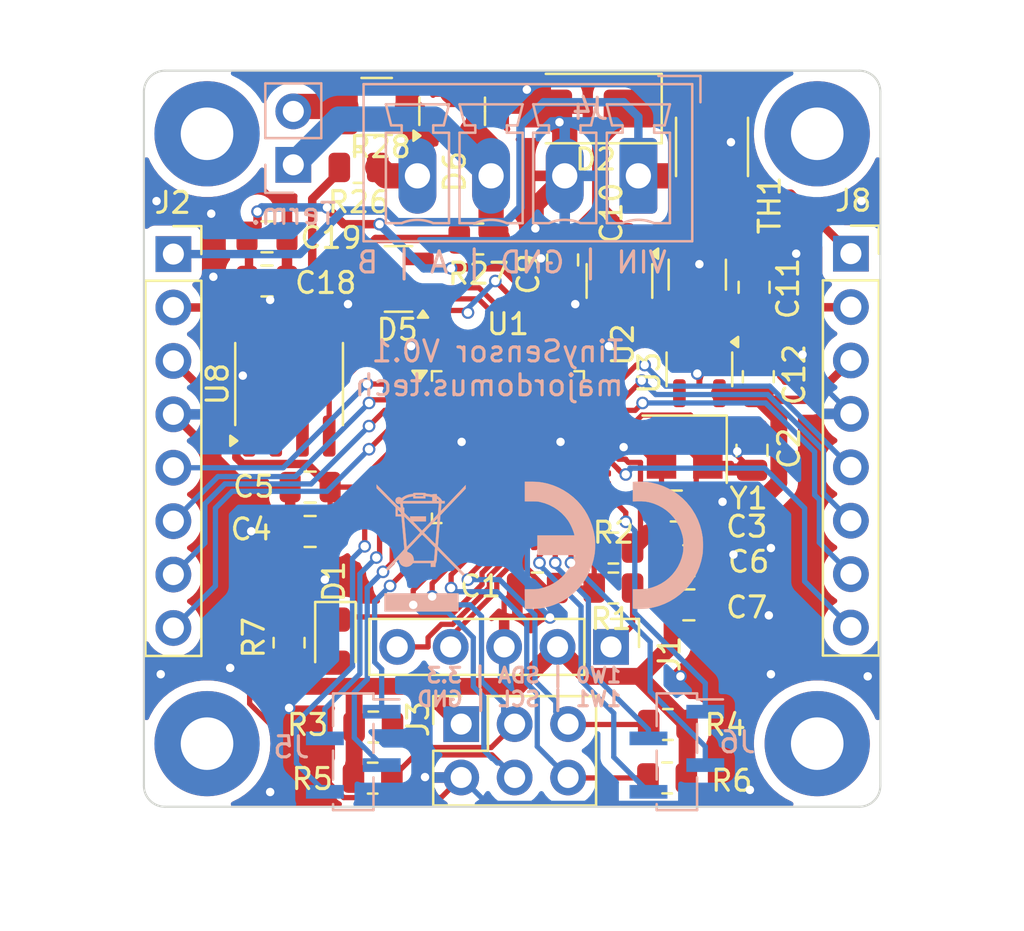
<source format=kicad_pcb>
(kicad_pcb (version 20240108) (generator "pcbnew") (generator_version "8.0")
  (layers (0 "F.Cu" signal) (31 "B.Cu" signal) (34 "B.Paste" user) (35 "F.Paste" user) (36 "B.SilkS" user "B.Silkscreen") (37 "F.SilkS" user "F.Silkscreen") (38 "B.Mask" user) (39 "F.Mask" user) (44 "Edge.Cuts" user))
  (net 0 "")
  (net 1 "LED_WORK")
  (net 2 "Net-(U1-RA6)")
  (net 3 "Net-(U1-RA7)")
  (net 4 "GND")
  (net 5 "Net-(D2-K)")
  (net 6 "/MCU_PIC18/RS485_TX")
  (net 7 "ICSPDAT")
  (net 8 "ICSPCLK")
  (net 9 "Net-(JP1-Pad2)")
  (net 10 "/Connectors/RS485-B")
  (net 11 "/Connectors/RS485-A")
  (net 12 "MCLR")
  (net 13 "Net-(D1-A)")
  (net 14 "Net-(D5-K)")
  (net 16 "+5V")
  (net 17 "Net-(J1-Pin_1)")
  (net 18 "+3.3V")
  (net 19 "/MCU_PIC18/RS485_TX_ENABLE")
  (net 20 "/MCU_PIC18/RS485_RX")
  (net 21 "Net-(U8-B)")
  (net 22 "Net-(U8-A)")
  (net 24 "+12V")
  (net 25 "/MCU_PIC18/D2")
  (net 26 "/MCU_PIC18/D0")
  (net 27 "/MCU_PIC18/A5")
  (net 28 "/MCU_PIC18/B1")
  (net 29 "/MCU_PIC18/B4")
  (net 30 "/MCU_PIC18/F6")
  (net 31 "/MCU_PIC18/C1")
  (net 32 "/MCU_PIC18/D7")
  (net 33 "/MCU_PIC18/A3")
  (net 34 "/MCU_PIC18/F5")
  (net 35 "/MCU_PIC18/F0")
  (net 36 "/MCU_PIC18/D6")
  (net 37 "/MCU_PIC18/C0")
  (net 38 "/MCU_PIC18/D4")
  (net 39 "/MCU_PIC18/A0")
  (net 40 "/MCU_PIC18/C6")
  (net 41 "/MCU_PIC18/F4")
  (net 42 "/MCU_PIC18/B2")
  (net 43 "/MCU_PIC18/F1")
  (net 44 "/MCU_PIC18/E2")
  (net 45 "/MCU_PIC18/B3")
  (net 46 "/MCU_PIC18/D3")
  (net 47 "/MCU_PIC18/C4")
  (net 48 "/MCU_PIC18/A2")
  (net 49 "/MCU_PIC18/B0")
  (net 50 "/MCU_PIC18/C7")
  (net 51 "/MCU_PIC18/D1")
  (net 52 "/MCU_PIC18/E0")
  (net 53 "/MCU_PIC18/D5")
  (net 54 "/MCU_PIC18/A4")
  (net 55 "/MCU_PIC18/A1")
  (net 56 "/MCU_PIC18/F7")
  (net 57 "/MCU_PIC18/E1")
  (net 58 "/MCU_PIC18/F2")
  (net 59 "/MCU_PIC18/C5")
  (footprint "Capacitor_SMD:C_0805_2012Metric" (layer "F.Cu") (at 182.9 65 -90)
    (property "Reference" "C9")
    (property "Value" "1uF")
  )
  (footprint "Capacitor_SMD:C_0805_2012Metric" (layer "F.Cu") (at 191.9 74.05 -90)
    (property "Reference" "C2")
    (property "Value" "18pF")
  )
  (footprint "Resistor_SMD:R_0805_2012Metric" (layer "F.Cu") (at 187.8675 89.63)
    (property "Reference" "R6")
    (property "Value" "4k7")
  )
  (footprint "Resistor_SMD:R_0805_2012Metric" (layer "F.Cu") (at 185.3125 78.7 180)
    (property "Reference" "R1")
    (property "Value" "10k")
  )
  (footprint "Connector_PinSocket_2.54mm:PinSocket_2x03_P2.54mm_Vertical" (layer "F.Cu") (at 178.08 87.07 90)
    (property "Reference" "J3")
    (property "Value" "Conn_02x03_Odd_Even")
  )
  (footprint "Capacitor_SMD:C_1210_3225Metric" (layer "F.Cu") (at 189.3 65.7 90)
    (property "Reference" "C10")
    (property "Value" "2.2uF")
  )
  (footprint "Resistor_SMD:R_0805_2012Metric" (layer "F.Cu") (at 173.2 60.6 180)
    (property "Reference" "R26")
    (property "Value" "10R")
  )
  (footprint "MountingHole:MountingHole_2.5mm_Pad" (layer "F.Cu") (at 166 59)
    (property "Reference" " ")
    (property "Value" "MountingHole_2.5mm_Pad")
  )
  (footprint "Capacitor_SMD:C_0805_2012Metric" (layer "F.Cu") (at 192 66.3 90)
    (property "Reference" "C11")
    (property "Value" "100nF")
  )
  (footprint "Package_TO_SOT_SMD:SOT-23-5" (layer "F.Cu") (at 189.4 70.2 -90)
    (property "Reference" "U3")
    (property "Value" "TLV70233DBVR")
  )
  (footprint "MountingHole:MountingHole_2.5mm_Pad" (layer "F.Cu") (at 166 88)
    (property "Reference" " ")
    (property "Value" "MountingHole_2.5mm_Pad")
  )
  (footprint "Resistor_SMD:R_1210_3225Metric" (layer "F.Cu") (at 174.0625 57.7)
    (property "Reference" "R28")
    (property "Value" "120R")
  )
  (footprint "MountingHole:MountingHole_2.5mm_Pad" (layer "F.Cu") (at 195 88)
    (property "Reference" " ")
    (property "Value" "MountingHole_2.5mm_Pad")
  )
  (footprint "Diode_SMD:D_SMA" (layer "F.Cu") (at 184.1 57.8 180)
    (property "Reference" "D2")
    (property "Value" "SMAJ28")
  )
  (footprint "Package_TO_SOT_SMD:SOT-23" (layer "F.Cu") (at 177.65 57.93 90)
    (property "Reference" "D6")
    (property "Value" "D_TVS_x2_AAC")
  )
  (footprint "Crystal:Crystal_SMD_SeikoEpson_FA238-4Pin_3.2x2.5mm" (layer "F.Cu") (at 188.7 74 180)
    (property "Reference" "Y1")
    (property "Value" "Crystal_GND24")
  )
  (footprint "Connector_PinSocket_2.54mm:PinSocket_1x08_P2.54mm_Vertical" (layer "F.Cu") (at 164.4 64.72)
    (property "Reference" "J2")
    (property "Value" "Conn_01x08")
  )
  (footprint "LED_SMD:LED_0805_2012Metric_Pad1.15x1.40mm_HandSolder" (layer "F.Cu") (at 172.1 83.125 -90)
    (property "Reference" "D1")
    (property "Value" "LED")
  )
  (footprint "Package_TO_SOT_SMD:SOT-23" (layer "F.Cu") (at 175.1 65.9 180)
    (property "Reference" "D5")
    (property "Value" "BAS70LT1G")
  )
  (footprint "Resistor_SMD:R_0805_2012Metric" (layer "F.Cu") (at 185.3125 80.6)
    (property "Reference" "R2")
    (property "Value" "100R")
  )
  (footprint "Capacitor_SMD:C_0805_2012Metric" (layer "F.Cu") (at 192.2 70.55 90)
    (property "Reference" "C12")
    (property "Value" "1uF")
  )
  (footprint "Capacitor_SMD:C_0805_2012Metric" (layer "F.Cu") (at 188.3 76.7)
    (property "Reference" "C3")
    (property "Value" "18pF")
  )
  (footprint "Resistor_SMD:R_0805_2012Metric" (layer "F.Cu") (at 187.9025 87.09 180)
    (property "Reference" "R4")
    (property "Value" "4k7")
  )
  (footprint "Package_SO:SOIC-8_3.9x4.9mm_P1.27mm" (layer "F.Cu") (at 169.9 70.9 90)
    (property "Reference" "U8")
    (property "Value" "SN65HVD3082EDR")
  )
  (footprint "Resistor_SMD:R_0805_2012Metric" (layer "F.Cu") (at 169.9 83.2 -90)
    (property "Reference" "R7")
    (property "Value" "1k")
  )
  (footprint "Capacitor_SMD:C_0805_2012Metric" (layer "F.Cu") (at 168.85 66)
    (property "Reference" "C18")
    (property "Value" "100nF")
  )
  (footprint "Fuse:Fuse_1812_4532Metric_Pad1.30x3.40mm_HandSolder" (layer "F.Cu") (at 190 59.625 -90)
    (property "Reference" "TH1")
    (property "Value" "MF-MSMF050-2")
  )
  (footprint "Capacitor_SMD:C_0805_2012Metric" (layer "F.Cu") (at 170.9 77.91 180)
    (property "Reference" "C4")
    (property "Value" "1uF")
  )
  (footprint "Capacitor_SMD:C_0805_2012Metric" (layer "F.Cu") (at 168.85 63.9)
    (property "Reference" "C19")
    (property "Value" "1uF")
  )
  (footprint "Resistor_SMD:R_0805_2012Metric" (layer "F.Cu") (at 178.9 64 180)
    (property "Reference" "R27")
    (property "Value" "10R")
  )
  (footprint "Package_TO_SOT_SMD:SOT-23-5" (layer "F.Cu") (at 185.6 66 -90)
    (property "Reference" "U2")
    (property "Value" "TPS709")
  )
  (footprint "Capacitor_SMD:C_0805_2012Metric" (layer "F.Cu") (at 188.9 79.3)
    (property "Reference" "C6")
    (property "Value" "100nF")
  )
  (footprint "Capacitor_SMD:C_0805_2012Metric" (layer "F.Cu") (at 188.9 81.4)
    (property "Reference" "C7")
    (property "Value" "1uF")
  )
  (footprint "Connector_PinHeader_2.54mm:PinHeader_1x05_P2.54mm_Vertical" (layer "F.Cu") (at 185.2 83.4 -90)
    (property "Reference" "J1")
    (property "Value" "CONN_DEBUG")
  )
  (footprint "Package_QFP:TQFP-48_7x7mm_P0.5mm" (layer "F.Cu") (at 180.3 73.9)
    (property "Reference" "U1")
    (property "Value" "PIC18F57K42")
  )
  (footprint "Resistor_SMD:R_0805_2012Metric" (layer "F.Cu") (at 173.9025 87.21)
    (property "Reference" "R3")
    (property "Value" "4k7")
  )
  (footprint "Resistor_SMD:R_0805_2012Metric" (layer "F.Cu") (at 173.8725 89.64 180)
    (property "Reference" "R5")
    (property "Value" "4k7")
  )
  (footprint "Capacitor_SMD:C_0805_2012Metric" (layer "F.Cu") (at 181.7 80.6 180)
    (property "Reference" "C1")
    (property "Value" "100nF")
  )
  (footprint "Connector_PinSocket_2.54mm:PinSocket_1x08_P2.54mm_Vertical" (layer "F.Cu") (at 196.6 64.7)
    (property "Reference" "J8")
    (property "Value" "Conn_01x08")
  )
  (footprint "MountingHole:MountingHole_2.5mm_Pad" (layer "F.Cu") (at 195 59)
    (property "Reference" " ")
    (property "Value" "MountingHole_2.5mm_Pad")
  )
  (footprint "Capacitor_SMD:C_0805_2012Metric" (layer "F.Cu") (at 170.9 75.8 180)
    (property "Reference" "C5")
    (property "Value" "100nF")
  )
  (footprint "Connector_Phoenix_MC:PhoenixContact_MCV_1,5_4-G-3.5_1x04_P3.50mm_Vertical" (layer "B.Cu") (at 186.5 61 180)
    (property "Reference" "J4")
    (property "Value" "Conn_01x04")
  )
  (footprint "Connector_PinSocket_1.27mm:PinSocket_1x04_P1.27mm_Vertical_SMD_Pin1Left" (layer "B.Cu") (at 172.95 88.385 180)
    (property "Reference" "J5")
    (property "Value" "Conn_01x04")
  )
  (footprint "Symbol:WEEE-Logo_4.2x6mm_SilkScreen" (layer "B.Cu") (at 176.18 78.7 180)
    (property "Reference" "REF**" (hide yes))
    (property "Value" "WEEE-Logo_4.2x6mm_SilkScreen" (hide yes))
  )
  (footprint "Connector_PinSocket_1.27mm:PinSocket_1x04_P1.27mm_Vertical_SMD_Pin1Left" (layer "B.Cu") (at 188.33 88.385 180)
    (property "Reference" "J6")
    (property "Value" "Conn_01x04")
  )
  (footprint "Symbol:CE-Logo_8.5x6mm_SilkScreen" (layer "B.Cu") (at 185.34 78.56 180)
    (property "Reference" "REF**" (hide yes))
    (property "Value" "CE-Logo_8.5x6mm_SilkScreen" (hide yes))
  )
  (footprint "Connector_PinHeader_2.54mm:PinHeader_1x02_P2.54mm_Vertical" (layer "B.Cu") (at 170.1 60.475)
    (property "Reference" "Term.")
    (property "Value" "Jumper")
  )
  (gr_line (start 197 56) (end 164 56) (stroke (width 0.1)) (layer "Edge.Cuts"))
  (gr_arc (start 197 56) (mid 197.707107 56.292893) (end 198 57) (stroke (width 0.1)) (layer "Edge.Cuts"))
  (gr_line (start 198 90) (end 198 57) (stroke (width 0.1)) (layer "Edge.Cuts"))
  (gr_arc (start 198 90) (mid 197.707107 90.707107) (end 197 91) (stroke (width 0.1)) (layer "Edge.Cuts"))
  (gr_arc (start 163 57) (mid 163.292893 56.292893) (end 164 56) (stroke (width 0.1)) (layer "Edge.Cuts"))
  (gr_line (start 164 91) (end 197 91) (stroke (width 0.1)) (layer "Edge.Cuts"))
  (gr_arc (start 164 91) (mid 163.292893 90.707107) (end 163 90) (stroke (width 0.1)) (layer "Edge.Cuts"))
  (gr_line (start 163 57) (end 163 90) (stroke (width 0.1)) (layer "Edge.Cuts"))
  (gr_text "1W0 | SDA | 3.3\n1W1 | SCL | GND" (at 185.77 86.29 0) (layer "B.SilkS") (effects (font (size 0.7 0.7)) (justify left bottom mirror)))
  (gr_text "TinySensor V0.1\nmajordomus.tech" (at 185.88 71.54 -0) (layer "B.SilkS") (effects (font (size 1 1)) (justify left bottom mirror)))
  (gr_text "VIN | GND | A | B" (at 187.94 65.7 0) (layer "B.SilkS") (effects (font (size 1 1)) (justify left bottom mirror)))
  (segment (start 172.225 81.975) (end 172.1 82.1) (width 0.25) (layer "F.Cu") (net 1))
  (segment (start 179.07 79.886374) (end 179.07 80.43) (width 0.25) (layer "F.Cu") (net 1))
  (segment (start 179.07 80.43) (end 177.525 81.975) (width 0.25) (layer "F.Cu") (net 1))
  (segment (start 179.55 78.0625) (end 179.55 79.406374) (width 0.25) (layer "F.Cu") (net 1))
  (segment (start 179.55 79.406374) (end 179.07 79.886374) (width 0.25) (layer "F.Cu") (net 1))
  (segment (start 177.525 81.975) (end 172.225 81.975) (width 0.25) (layer "F.Cu") (net 1))
  (segment (start 186.4 72.65) (end 186.675 72.375) (width 0.25) (layer "F.Cu") (net 2))
  (segment (start 184.4625 72.65) (end 186.4 72.65) (width 0.25) (layer "F.Cu") (net 2))
  (segment (start 189.9 73.1) (end 189.8 73.2) (width 0.25) (layer "F.Cu") (net 2))
  (segment (start 188.975 72.375) (end 189.8 73.2) (width 0.25) (layer "F.Cu") (net 2))
  (segment (start 191.9 73.1) (end 189.9 73.1) (width 0.25) (layer "F.Cu") (net 2))
  (segment (start 186.675 72.375) (end 188.975 72.375) (width 0.25) (layer "F.Cu") (net 2))
  (segment (start 187.6 74.8) (end 187.6 76.45) (width 0.25) (layer "F.Cu") (net 3))
  (segment (start 187.45 74.8) (end 187.6 74.8) (width 0.25) (layer "F.Cu") (net 3))
  (segment (start 186.675 74.025) (end 187.45 74.8) (width 0.25) (layer "F.Cu") (net 3))
  (segment (start 186.25 73.15) (end 186.675 73.575) (width 0.25) (layer "F.Cu") (net 3))
  (segment (start 184.4625 73.15) (end 186.25 73.15) (width 0.25) (layer "F.Cu") (net 3))
  (segment (start 187.6 76.45) (end 187.35 76.7) (width 0.25) (layer "F.Cu") (net 3))
  (segment (start 186.675 73.575) (end 186.675 74.025) (width 0.25) (layer "F.Cu") (net 3))
  (segment (start 189.25 75.35) (end 189.8 74.8) (width 0.25) (layer "F.Cu") (net 4))
  (segment (start 187.7 65.825) (end 189.3 64.225) (width 0.4) (layer "F.Cu") (net 4))
  (segment (start 178.08 89.61) (end 177.125 90.565) (width 0.25) (layer "F.Cu") (net 4))
  (segment (start 183 61) (end 181.603553 62.396447) (width 0.8) (layer "F.Cu") (net 4))
  (segment (start 188.05 73.2) (end 187.6 73.2) (width 0.25) (layer "F.Cu") (net 4))
  (segment (start 183 61) (end 183 58.7) (width 1.2) (layer "F.Cu") (net 4))
  (segment (start 181.2 56.9) (end 182.1 57.8) (width 1.2) (layer "F.Cu") (net 4))
  (segment (start 191.7 74.8) (end 191.9 75) (width 0.25) (layer "F.Cu") (net 4))
  (segment (start 169.8 66) (end 169.8 64.9) (width 0.25) (layer "F.Cu") (net 4))
  (segment (start 177.88 56.7625) (end 181.0625 56.7625) (width 1.2) (layer "F.Cu") (net 4))
  (segment (start 176.1375 73.65) (end 178.1 73.65) (width 0.4) (layer "F.Cu") (net 4))
  (segment (start 172.7 67.1) (end 172.7 67.53) (width 0.25) (layer "F.Cu") (net 4))
  (segment (start 191.02 79.01) (end 190.14 79.01) (width 0.25) (layer "F.Cu") (net 4))
  (segment (start 177.65 56.9925) (end 177.88 56.7625) (width 1.2) (layer "F.Cu") (net 4))
  (segment (start 168.025 85.805) (end 168.025 79.835) (width 0.25) (layer "F.Cu") (net 4))
  (segment (start 190.875 64.225) (end 192 65.35) (width 0.8) (layer "F.Cu") (net 4))
  (segment (start 185.6 66.1875) (end 185.6 64.8625) (width 0.8) (layer "F.Cu") (net 4))
  (segment (start 185.55 73.65) (end 185.8 73.9) (width 0.25) (layer "F.Cu") (net 4))
  (segment (start 164.4 72.34) (end 167.86 75.8) (width 0.4) (layer "F.Cu") (net 4))
  (segment (start 180.75 80.6) (end 180.9 80.6) (width 0.25) (layer "F.Cu") (net 4))
  (segment (start 182.75 58.45) (end 182.1 57.8) (width 1.2) (layer "F.Cu") (net 4))
  (segment (start 169.95 77.91) (end 169.95 75.8) (width 0.25) (layer "F.Cu") (net 4))
  (segment (start 181.875 64.925) (end 182.9 65.95) (width 0.8) (layer "F.Cu") (net 4))
  (segment (start 189.4 69.724999) (end 189.700001 70.025) (width 0.4) (layer "F.Cu") (net 4))
  (segment (start 191.775 70.025) (end 192.2 69.6) (width 0.4) (layer "F.Cu") (net 4))
  (segment (start 180.12 83.4) (end 180.12 81.23) (width 0.25) (layer "F.Cu") (net 4))
  (segment (start 182.9 65.95) (end 183.4625 65.95) (width 0.8) (layer "F.Cu") (net 4))
  (segment (start 183.4625 65.95) (end 184.65 67.1375) (width 0.8) (layer "F.Cu") (net 4))
  (segment (start 189.85 81.4) (end 189.85 79.3) (width 0.25) (layer "F.Cu") (net 4))
  (segment (start 189.25 76.7) (end 190.3 76.7) (width 0.25) (layer "F.Cu") (net 4))
  (segment (start 181.603553 62.396447) (end 181.603553 64.653553) (width 0.8) (layer "F.Cu") (net 4))
  (segment (start 191.2 74.1) (end 191.2 74.3) (width 0.25) (layer "F.Cu") (net 4))
  (segment (start 172.493822 90.565) (end 168.025 86.096178) (width 0.25) (layer "F.Cu") (net 4))
  (segment (start 178.1 73.65) (end 182.8 73.65) (width 0.4) (layer "F.Cu") (net 4))
  (segment (start 183 58.7) (end 182.75 58.45) (width 1.2) (layer "F.Cu") (net 4))
  (segment (start 189.25 76.7) (end 189.25 75.35) (width 0.25) (layer "F.Cu") (net 4))
  (segment (start 191.2 74.3) (end 191.9 75) (width 0.25) (layer "F.Cu") (net 4))
  (segment (start 181.603553 64.653553) (end 181.875 64.925) (width 0.8) (layer "F.Cu") (net 4))
  (segment (start 167.86 75.8) (end 169.95 75.8) (width 0.4) (layer "F.Cu") (net 4))
  (segment (start 180.12 81.23) (end 180.75 80.6) (width 0.25) (layer "F.Cu") (net 4))
  (segment (start 189.4 64.325) (end 189.3 64.225) (width 0.4) (layer "F.Cu") (net 4))
  (segment (start 177.125 90.565) (end 172.493822 90.565) (width 0.25) (layer "F.Cu") (net 4))
  (segment (start 190.14 79.01) (end 189.85 79.3) (width 0.25) (layer "F.Cu") (net 4))
  (segment (start 189.4 69.0625) (end 189.4 69.724999) (width 0.4) (layer "F.Cu") (net 4))
  (segment (start 189.4 70.3) (end 189.3 70.4) (width 0.4) (layer "F.Cu") (net 4))
  (segment (start 189.700001 70.025) (end 191.775 70.025) (width 0.4) (layer "F.Cu") (net 4))
  (segment (start 169.8 64.9) (end 169.8 63.9) (width 0.4) (layer "F.Cu") (net 4))
  (segment (start 189.65 74.8) (end 188.05 73.2) (width 0.25) (layer "F.Cu") (net 4))
  (segment (start 169.8 66) (end 169.8 66.1) (width 0.25) (layer "F.Cu") (net 4))
  (segment (start 189.4 69.0625) (end 189.4 70.3) (width 0.4) (layer "F.Cu") (net 4))
  (segment (start 172.7 67.53) (end 171.805 68.425) (width 0.25) (layer "F.Cu") (net 4))
  (segment (start 169.8 66.1) (end 169 66.9) (width 0.25) (layer "F.Cu") (net 4))
  (segment (start 168.025 86.096178) (end 168.025 85.62) (width 0.25) (layer "F.Cu") (net 4))
  (segment (start 185.6 64.8625) (end 185.6 65.3) (width 0.4) (layer "F.Cu") (net 4))
  (segment (start 189.3 64.225) (end 190.875 64.225) (width 0.8) (layer "F.Cu") (net 4))
  (segment (start 186.125 65.825) (end 187.7 65.825) (width 0.4) (layer "F.Cu") (net 4))
  (segment (start 182.8 73.65) (end 184.4625 73.65) (width 0.4) (layer "F.Cu") (net 4))
  (segment (start 189.4 65.2) (end 189.4 64.325) (width 0.4) (layer "F.Cu") (net 4))
  (segment (start 181.0625 56.7625) (end 181.2 56.9) (width 1.2) (layer "F.Cu") (net 4))
  (segment (start 168.025 79.835) (end 169.95 77.91) (width 0.25) (layer "F.Cu") (net 4))
  (segment (start 184.65 67.1375) (end 185.6 66.1875) (width 0.8) (layer "F.Cu") (net 4))
  (segment (start 185.6 65.3) (end 186.125 65.825) (width 0.4) (layer "F.Cu") (net 4))
  (segment (start 190.3 76.7) (end 190.5 76.5) (width 0.25) (layer "F.Cu") (net 4))
  (segment (start 180.9 80.6) (end 182.3 82) (width 0.25) (layer "F.Cu") (net 4))
  (segment (start 184.4625 73.65) (end 185.55 73.65) (width 0.25) (layer "F.Cu") (net 4))
  (segment (start 189.8 74.8) (end 189.65 74.8) (width 0.25) (layer "F.Cu") (net 4))
  (segment (start 189.8 74.8) (end 191.7 74.8) (width 0.25) (layer "F.Cu") (net 4))
  (via (at 190.5 76.5) (size 0.6) (drill 0.4) (layers "F.Cu" "B.Cu") (net 4))
  (via (at 185.8 73.9) (size 0.6) (drill 0.4) (layers "F.Cu" "B.Cu") (net 4))
  (via (at 181.2 56.9) (size 0.6) (drill 0.4) (layers "F.Cu" "B.Cu") (net 4))
  (via (at 169.9 86.3) (size 0.6) (drill 0.4) (layers "F.Cu" "B.Cu") (net 4))
  (via (at 167.1 84.4) (size 0.6) (drill 0.4) (layers "F.Cu" "B.Cu") (net 4))
  (via (at 192.8 78.7) (size 0.6) (drill 0.4) (layers "F.Cu" "B.Cu") (net 4))
  (via (at 190.9 59.4) (size 0.6) (drill 0.4) (layers "F.Cu" "B.Cu") (net 4))
  (via (at 169 66.9) (size 0.6) (drill 0.4) (layers "F.Cu" "B.Cu") (net 4))
  (via (at 191.02 79.01) (size 0.6) (drill 0.4) (layers "F.Cu" "B.Cu") (net 4))
  (via (at 192.7 81.9) (size 0.6) (drill 0.4) (layers "F.Cu" "B.Cu") (net 4))
  (via (at 168.1 77.9) (size 0.6) (drill 0.4) (layers "F.Cu" "B.Cu") (net 4))
  (via (at 191.2 74.1) (size 0.6) (drill 0.4) (layers "F.Cu" "B.Cu") (net 4))
  (via (at 189.4 65.2) (size 0.6) (drill 0.4) (layers "F.Cu" "B.Cu") (net 4))
  (via (at 194 64.7) (size 0.6) (drill 0.4) (layers "F.Cu" "B.Cu") (net 4))
  (via (at 169 90.3) (size 0.6) (drill 0.4) (layers "F.Cu" "B.Cu") (net 4))
  (via (at 172.7 67.1) (size 0.6) (drill 0.4) (layers "F.Cu" "B.Cu") (net 4))
  (via (at 183.5 67.1) (size 0.6) (drill 0.4) (layers "F.Cu" "B.Cu") (net 4))
  (via (at 197.4 84.8) (size 0.6) (drill 0.4) (layers "F.Cu" "B.Cu") (net 4))
  (via (at 188.5 84.8) (size 0.6) (drill 0.4) (layers "F.Cu" "B.Cu") (net 4))
  (via (at 182.75 58.45) (size 0.6) (drill 0.4) (layers "F.Cu" "B.Cu") (net 4))
  (via (at 171.6 80.2) (size 0.6) (drill 0.4) (layers "F.Cu" "B.Cu") (net 4))
  (via (at 182.3 82) (size 0.6) (drill 0.4) (layers "F.Cu" "B.Cu") (net 4))
  (via (at 163.6 62.2) (size 0.6) (drill 0.4) (layers "F.Cu" "B.Cu") (net 4))
  (via (at 185.1 69.1) (size 0.6) (drill 0.4) (layers "F.Cu" "B.Cu") (net 4))
  (via (at 192.8 84.7) (size 0.6) (drill 0.4) (layers "F.Cu" "B.Cu") (net 4))
  (via (at 189.3 70.4) (size 0.6) (drill 0.4) (layers "F.Cu" "B.Cu") (net 4))
  (via (at 175.7 69.1) (size 0.6) (drill 0.4) (layers "F.Cu" "B.Cu") (net 4))
  (via (at 166.3 65.8) (size 0.6) (drill 0.4) (layers "F.Cu" "B.Cu") (net 4))
  (via (at 194.3 69.5) (size 0.6) (drill 0.4) (layers "F.Cu" "B.Cu") (net 4))
  (via (at 163.8 84.7) (size 0.6) (drill 0.4) (layers "F.Cu" "B.Cu") (net 4))
  (via (at 182.8 73.65) (size 0.6) (drill 0.4) (layers "F.Cu" "B.Cu") (net 4))
  (via (at 166.2 62.8) (size 0.6) (drill 0.4) (layers "F.Cu" "B.Cu") (net 4))
  (via (at 167.7 70.5) (size 0.6) (drill 0.4) (layers "F.Cu" "B.Cu") (net 4))
  (via (at 178.1 73.65) (size 0.6) (drill 0.4) (layers "F.Cu" "B.Cu") (net 4))
  (via (at 176.36 89.59) (size 0.6) (drill 0.4) (layers "F.Cu" "B.Cu") (net 4))
  (via (at 181.603553 63.5) (size 0.6) (drill 0.4) (layers "F.Cu" "B.Cu") (net 4))
  (via (at 191.8 90.2) (size 0.6) (drill 0.4) (layers "F.Cu" "B.Cu") (net 4))
  (via (at 181.875 64.925) (size 0.6) (drill 0.4) (layers "F.Cu" "B.Cu") (net 4))
  (via (at 197.1 62.2) (size 0.6) (drill 0.4) (layers "F.Cu" "B.Cu") (net 4))
  (segment (start 182.3 82) (end 181.224994 80.924994) (width 0.25) (layer "B.Cu") (net 4))
  (segment (start 181.224994 80.924994) (end 181.224994 78.475006) (width 0.25) (layer "B.Cu") (net 4))
  (segment (start 191.16 90.84) (end 191.8 90.2) (width 0.25) (layer "B.Cu") (net 4))
  (segment (start 191 73.9) (end 191.2 74.1) (width 0.25) (layer "B.Cu") (net 4))
  (segment (start 169.2 67.1) (end 172.7 67.1) (width 0.25) (layer "B.Cu") (net 4))
  (segment (start 190.5 78.49) (end 191.02 79.01) (width 0.25) (layer "B.Cu") (net 4))
  (segment (start 190.5 76.5) (end 190.5 78.49) (width 0.25) (layer "B.Cu") (net 4))
  (segment (start 189.3 65.3) (end 189.4 65.2) (width 0.4) (layer "B.Cu") (net 4))
  (segment (start 196.6 72.32) (end 194.68 70.4) (width 0.25) (layer "B.Cu") (net 4))
  (segment (start 185.8 73.9) (end 191 73.9) (width 0.25) (layer "B.Cu") (net 4))
  (segment (start 169 66.9) (end 169.2 67.1) (width 0.25) (layer "B.Cu") (net 4))
  (segment (start 181.224994 78.475006) (end 185.8 73.9) (width 0.25) (layer "B.Cu") (net 4))
  (segment (start 178.08 89.61) (end 179.31 90.84) (width 0.25) (layer "B.Cu") (net 4))
  (segment (start 179.31 90.84) (end 191.16 90.84) (width 0.25) (layer "B.Cu") (net 4))
  (segment (start 194.68 70.4) (end 189.3 70.4) (width 0.25) (layer "B.Cu") (net 4))
  (segment (start 186.55 64.155894) (end 186.55 64.8625) (width 0.8) (layer "F.Cu") (net 5))
  (segment (start 186.044106 63.65) (end 186.55 64.155894) (width 0.8) (layer "F.Cu") (net 5))
  (segment (start 184.7 62.655894) (end 185.694106 63.65) (width 0.8) (layer "F.Cu") (net 5))
  (segment (start 190 57.4) (end 186.5 57.4) (width 1.2) (layer "F.Cu") (net 5))
  (segment (start 185.694106 63.65) (end 186.044106 63.65) (width 0.8) (layer "F.Cu") (net 5))
  (segment (start 184.7 59) (end 184.9 59) (width 0.8) (layer "F.Cu") (net 5))
  (segment (start 182.9 64.05) (end 183.305894 64.05) (width 0.8) (layer "F.Cu") (net 5))
  (segment (start 183.305894 64.05) (end 184.7 62.655894) (width 0.8) (layer "F.Cu") (net 5))
  (segment (start 186.5 57.4) (end 186.1 57.8) (width 1.2) (layer "F.Cu") (net 5))
  (segment (start 184.9 59) (end 186.1 57.8) (width 0.8) (layer "F.Cu") (net 5))
  (segment (start 184.7 62.655894) (end 184.7 59) (width 0.8) (layer "F.Cu") (net 5))
  (segment (start 176.0375 66.85) (end 178.899999 66.85) (width 0.25) (layer "F.Cu") (net 6))
  (segment (start 178.899999 66.85) (end 181.05 69.000001) (width 0.25) (layer "F.Cu") (net 6))
  (segment (start 181.05 69.000001) (end 181.05 69.7375) (width 0.25) (layer "F.Cu") (net 6))
  (segment (start 179.77 80.176322) (end 180.55 79.396322) (width 0.25) (layer "F.Cu") (net 7))
  (segment (start 177.58 83.4) (end 177.58 82.92) (width 0.25) (layer "F.Cu") (net 7))
  (segment (start 179.77 80.73) (end 179.77 80.176322) (width 0.25) (layer "F.Cu") (net 7))
  (segment (start 177.58 82.92) (end 179.77 80.73) (width 0.25) (layer "F.Cu") (net 7))
  (segment (start 180.55 79.396322) (end 180.55 78.0625) (width 0.25) (layer "F.Cu") (net 7))
  (segment (start 175.04 83.4) (end 176.505 83.4) (width 0.25) (layer "F.Cu") (net 8))
  (segment (start 177.13472 82.325) (end 177.675 82.325) (width 0.25) (layer "F.Cu") (net 8))
  (segment (start 176.505 83.4) (end 176.505 82.95472) (width 0.25) (layer "F.Cu") (net 8))
  (segment (start 179.42 80.58) (end 179.42 80.031348) (width 0.25) (layer "F.Cu") (net 8))
  (segment (start 176.505 82.95472) (end 177.13472 82.325) (width 0.25) (layer "F.Cu") (net 8))
  (segment (start 179.42 80.031348) (end 180.05 79.401348) (width 0.25) (layer "F.Cu") (net 8))
  (segment (start 177.675 82.325) (end 179.42 80.58) (width 0.25) (layer "F.Cu") (net 8))
  (segment (start 180.05 79.401348) (end 180.05 78.0625) (width 0.25) (layer "F.Cu") (net 8))
  (segment (start 170.335 57.7) (end 170.1 57.935) (width 1.2) (layer "F.Cu") (net 9))
  (segment (start 172.6 57.7) (end 170.335 57.7) (width 1.2) (layer "F.Cu") (net 9))
  (segment (start 176 61) (end 174.5125 61) (width 1.2) (layer "F.Cu") (net 10))
  (segment (start 176 59.5675) (end 176.7 58.8675) (width 1.2) (layer "F.Cu") (net 10))
  (segment (start 176 61) (end 176 58.175) (width 1.2) (layer "F.Cu") (net 10))
  (segment (start 176 58.175) (end 175.525 57.7) (width 1.2) (layer "F.Cu") (net 10))
  (segment (start 174.5125 61) (end 174.1125 60.6) (width 1.2) (layer "F.Cu") (net 10))
  (segment (start 176 61) (end 176 59.5675) (width 1.2) (layer "F.Cu") (net 10))
  (segment (start 179.5 61) (end 179.5 59.7675) (width 1.2) (layer "F.Cu") (net 11))
  (segment (start 179.5 59.7675) (end 178.6 58.8675) (width 1.2) (layer "F.Cu") (net 11))
  (segment (start 179.5 63.6875) (end 179.8125 64) (width 1.2) (layer "F.Cu") (net 11))
  (segment (start 179.5 61) (end 179.5 63.6875) (width 1.2) (layer "F.Cu") (net 11))
  (segment (start 176.8 58.3) (end 179.5 61) (width 1.2) (layer "B.Cu") (net 11))
  (segment (start 170.1 60.475) (end 172.275 58.3) (width 1.2) (layer "B.Cu") (net 11))
  (segment (start 172.275 58.3) (end 176.8 58.3) (width 1.2) (layer "B.Cu") (net 11))
  (segment (start 181.475 79.921322) (end 181.475 79.975) (width 0.25) (layer "F.Cu") (net 12))
  (segment (start 184.4 80.6) (end 184.4 78.7) (width 0.25) (layer "F.Cu") (net 12))
  (segment (start 181.203678 79.65) (end 181.475 79.921322) (width 0.25) (layer "F.Cu") (net 12))
  (segment (start 181.475 79.975) (end 182.1 80.6) (width 0.25) (layer "F.Cu") (net 12))
  (segment (start 181.15 79.65) (end 181.203678 79.65) (width 0.25) (layer "F.Cu") (net 12))
  (segment (start 181.05 78.0625) (end 181.05 79.55) (width 0.25) (layer "F.Cu") (net 12))
  (segment (start 182.1 80.6) (end 182.65 80.6) (width 0.25) (layer "F.Cu") (net 12))
  (segment (start 182.65 80.6) (end 184.4 80.6) (width 0.25) (layer "F.Cu") (net 12))
  (segment (start 181.05 79.55) (end 181.15 79.65) (width 0.25) (layer "F.Cu") (net 12))
  (segment (start 172.1 84.15) (end 169.9375 84.15) (width 0.25) (layer "F.Cu") (net 13))
  (segment (start 169.9375 84.15) (end 169.9 84.1125) (width 0.25) (layer "F.Cu") (net 13))
  (segment (start 171.06 69.64) (end 167.995 72.705) (width 0.25) (layer "F.Cu") (net 14))
  (segment (start 171.06 67.660514) (end 171.06 69.64) (width 0.25) (layer "F.Cu") (net 14))
  (segment (start 174.1625 65.9) (end 172.820514 65.9) (width 0.25) (layer "F.Cu") (net 14))
  (segment (start 167.995 72.705) (end 167.995 73.375) (width 0.25) (layer "F.Cu") (net 14))
  (segment (start 172.820514 65.9) (end 171.06 67.660514) (width 0.25) (layer "F.Cu") (net 14))
  (segment (start 187.95 67.175) (end 187.95 68.85) (width 1.2) (layer "F.Cu") (net 16))
  (segment (start 180.05 65.35) (end 177.65 65.35) (width 0.4) (layer "F.Cu") (net 16))
  (segment (start 189.2625 67.1375) (end 189.3 67.175) (width 1.2) (layer "F.Cu") (net 16))
  (segment (start 189.66408 67.175) (end 190.6 68.11092) (width 1.2) (layer "F.Cu") (net 16))
  (segment (start 187.95 68.85) (end 188.1625 69.0625) (width 1.2) (layer "F.Cu") (net 16))
  (segment (start 182.8 68.1) (end 180.05 65.35) (width 0.4) (layer "F.Cu") (net 16))
  (segment (start 189.3 67.175) (end 191.925 67.175) (width 1.2) (layer "F.Cu") (net 16))
  (segment (start 189.3 67.175) (end 187.95 67.175) (width 1.2) (layer "F.Cu") (net 16))
  (segment (start 177.65 65.35) (end 177.6 65.4) (width 0.4) (layer "F.Cu") (net 16))
  (segment (start 190.6 68.11092) (end 190.6 69.0625) (width 1.2) (layer "F.Cu") (net 16))
  (segment (start 192 67.25) (end 196.59 67.25) (width 0.4) (layer "F.Cu") (net 16))
  (segment (start 164.4 67.26) (end 166.64 67.26) (width 0.4) (layer "F.Cu") (net 16))
  (segment (start 191.925 67.175) (end 192 67.25) (width 1.2) (layer "F.Cu") (net 16))
  (segment (start 167.995 68.425) (end 167.995 63.995) (width 0.4) (layer "F.Cu") (net 16))
  (segment (start 168.4 62.7) (end 168.4 63.4) (width 0.4) (layer "F.Cu") (net 16))
  (segment (start 189.3 67.175) (end 189.66408 67.175) (width 1.2) (layer "F.Cu") (net 16))
  (segment (start 167.995 63.995) (end 167.9 63.9) (width 0.4) (layer "F.Cu") (net 16))
  (segment (start 186.55 67.1375) (end 189.2625 67.1375) (width 1.2) (layer "F.Cu") (net 16))
  (segment (start 185.5875 68.1) (end 182.8 68.1) (width 0.4) (layer "F.Cu") (net 16))
  (segment (start 172.5 63.3) (end 171.7 62.5) (width 0.4) (layer "F.Cu") (net 16))
  (segment (start 174.2 63.3) (end 172.5 63.3) (width 0.4) (layer "F.Cu") (net 16))
  (segment (start 168.4 63.4) (end 167.9 63.9) (width 0.4) (layer "F.Cu") (net 16))
  (segment (start 196.59 67.25) (end 196.6 67.24) (width 0.4) (layer "F.Cu") (net 16))
  (segment (start 188.1625 69.0625) (end 188.2 69.0625) (width 1.2) (layer "F.Cu") (net 16))
  (segment (start 186.55 67.1375) (end 185.5875 68.1) (width 0.4) (layer "F.Cu") (net 16))
  (segment (start 166.64 67.26) (end 167.9 66) (width 0.4) (layer "F.Cu") (net 16))
  (via (at 174.2 63.3) (size 0.6) (drill 0.4) (layers "F.Cu" "B.Cu") (net 16))
  (via (at 168.4 62.7) (size 0.6) (drill 0.4) (layers "F.Cu" "B.Cu") (net 16))
  (via (at 177.6 65.4) (size 0.6) (drill 0.4) (layers "F.Cu" "B.Cu") (net 16))
  (via (at 171.7 62.5) (size 0.6) (drill 0.4) (layers "F.Cu" "B.Cu") (net 16))
  (segment (start 171.7 62.5) (end 168.6 62.5) (width 0.4) (layer "B.Cu") (net 16))
  (segment (start 168.6 62.5) (end 168.4 62.7) (width 0.4) (layer "B.Cu") (net 16))
  (segment (start 177.6 65.4) (end 176.3 65.4) (width 0.4) (layer "B.Cu") (net 16))
  (segment (start 176.3 65.4) (end 174.2 63.3) (width 0.4) (layer "B.Cu") (net 16))
  (segment (start 186.225 80.6) (end 186.225 82.375) (width 0.25) (layer "F.Cu") (net 17))
  (segment (start 186.225 82.375) (end 185.2 83.4) (width 0.25) (layer "F.Cu") (net 17))
  (segment (start 169.874202 82.2875) (end 169.9 82.2875) (width 0.8) (layer "F.Cu") (net 18))
  (segment (start 177.1 85.275) (end 177.1 86.09) (width 0.8) (layer "F.Cu") (net 18))
  (segment (start 186.6 78.325) (end 186.225 78.7) (width 0.25) (layer "F.Cu") (net 18))
  (segment (start 171.82 85.395) (end 171.7 85.275) (width 0.25) (layer "F.Cu") (net 18))
  (segment (start 190.35 71.3375) (end 192.0375 71.3375) (width 0.8) (layer "F.Cu") (net 18))
  (segment (start 174.65 74.15) (end 173 75.8) (width 0.25) (layer "F.Cu") (net 18))
  (segment (start 171.7 85.275) (end 173 85.275) (width 0.8) (layer "F.Cu") (net 18))
  (segment (start 190.525 77.9) (end 190.45 77.975) (width 0.8) (layer "F.Cu") (net 18))
  (segment (start 192.0375 71.3375) (end 192.2 71.5) (width 0.8) (layer "F.Cu") (net 18))
  (segment (start 169.211702 85.275) (end 168.65 84.713298) (width 0.8) (layer "F.Cu") (net 18))
  (segment (start 164.4 69.8) (end 167.395 72.795) (width 0.4) (layer "F.Cu") (net 18))
  (segment (start 173 75.8) (end 171.85 75.8) (width 0.25) (layer "F.Cu") (net 18))
  (segment (start 194.73 71.65) (end 196.6 69.78) (width 0.4) (layer "F.Cu") (net 18))
  (segment (start 192.35 71.65) (end 194.73 71.65) (width 0.4) (layer "F.Cu") (net 18))
  (segment (start 186.6 84.875) (end 188.815 87.09) (width 0.8) (layer "F.Cu") (net 18))
  (segment (start 193.175 75.588298) (end 190.863298 77.9) (width 0.8) (layer "F.Cu") (net 18))
  (segment (start 168.65 83.511702) (end 169.874202 82.2875) (width 0.8) (layer "F.Cu") (net 18))
  (segment (start 170.75 74.7) (end 171.85 75.8) (width 0.4) (layer "F.Cu") (net 18))
  (segment (start 180.785 85.275) (end 182.66 83.4) (width 0.8) (layer "F.Cu") (net 18))
  (segment (start 172.99 87.21) (end 172.99 88.985) (width 0.8) (layer "F.Cu") (net 18))
  (segment (start 185.9 74.5) (end 186.025 74.625) (width 0.25) (layer "F.Cu") (net 18))
  (segment (start 186.6 84.8) (end 188.1 83.3) (width 0.8) (layer "F.Cu") (net 18))
  (segment (start 192.2 71.5) (end 193.175 72.475) (width 0.8) (layer "F.Cu") (net 18))
  (segment (start 190.45 77.975) (end 188.1 77.975) (width 0.8) (layer "F.Cu") (net 18))
  (segment (start 186.025 74.625) (end 186.6 74.625) (width 0.25) (layer "F.Cu") (net 18))
  (segment (start 173 85.275) (end 177.1 85.275) (width 0.8) (layer "F.Cu") (net 18))
  (segment (start 193.175 72.475) (end 193.175 75.588298) (width 0.8) (layer "F.Cu") (net 18))
  (segment (start 169.9 79.86) (end 171.85 77.91) (width 0.25) (layer "F.Cu") (net 18))
  (segment (start 186.6 74.625) (end 186.6 78.325) (width 0.25) (layer "F.Cu") (net 18))
  (segment (start 184.06 84.8) (end 186.6 84.8) (width 0.8) (layer "F.Cu") (net 18))
  (segment (start 167.395 74.395) (end 167.7 74.7) (width 0.4) (layer "F.Cu") (net 18))
  (segment (start 168.65 84.713298) (end 168.65 83.511702) (width 0.8) (layer "F.Cu") (net 18))
  (segment (start 182.66 83.4) (end 184.06 84.8) (width 0.8) (layer "F.Cu") (net 18))
  (segment (start 187.95 81.4) (end 187.95 80.425) (width 0.25) (layer "F.Cu") (net 18))
  (segment (start 171.85 77.91) (end 171.85 75.8) (width 0.25) (layer "F.Cu") (net 18))
  (segment (start 167.395 72.795) (end 167.395 74.395) (width 0.4) (layer "F.Cu") (net 18))
  (segment (start 184.4625 74.15) (end 185.236827 74.15) (width 0.25) (layer "F.Cu") (net 18))
  (segment (start 188.1 77.975) (end 186.95 77.975) (width 0.8) (layer "F.Cu") (net 18))
  (segment (start 176.1375 74.15) (end 174.65 74.15) (width 0.25) (layer "F.Cu") (net 18))
  (segment (start 185.561827 74.475) (end 185.9 74.475) (width 0.25) (layer "F.Cu") (net 18))
  (segment (start 171.7 85.275) (end 170.6 85.275) (width 0.8) (layer "F.Cu") (net 18))
  (segment (start 186.95 77.975) (end 186.225 78.7) (width 0.8) (layer "F.Cu") (net 18))
  (segment (start 177.1 86.09) (end 178.08 87.07) (width 0.8) (layer "F.Cu") (net 18))
  (segment (start 167.7 74.7) (end 170.75 74.7) (width 0.4) (layer "F.Cu") (net 18))
  (segment (start 172.99 85.285) (end 172.99 87.21) (width 0.8) (layer "F.Cu") (net 18))
  (segment (start 188.815 89.595) (end 188.78 89.63) (width 0.8) (layer "F.Cu") (net 18))
  (segment (start 169.9 82.2875) (end 169.9 79.86) (width 0.25) (layer "F.Cu") (net 18))
  (segment (start 192.2 71.5) (end 192.35 71.65) (width 0.4) (layer "F.Cu") (net 18))
  (segment (start 188.815 87.09) (end 188.815 89.595) (width 0.8) (layer "F.Cu") (net 18))
  (segment (start 172.99 88.985) (end 172.96 88.985) (width 0.8) (layer "F.Cu") (net 18))
  (segment (start 170.6 85.275) (end 169.211702 85.275) (width 0.8) (layer "F.Cu") (net 18))
  (segment (start 188.1 83.3) (end 188.1 77.975) (width 0.8) (layer "F.Cu") (net 18))
  (segment (start 173 85.275) (end 172.99 85.285) (width 0.8) (layer "F.Cu") (net 18))
  (segment (start 190.863298 77.9) (end 190.525 77.9) (width 0.8) (layer "F.Cu") (net 18))
  (segment (start 186.6 84.8) (end 186.6 84.875) (width 0.8) (layer "F.Cu") (net 18))
  (segment (start 185.236827 74.15) (end 185.561827 74.475) (width 0.25) (layer "F.Cu") (net 18))
  (segment (start 177.1 85.275) (end 180.785 85.275) (width 0.8) (layer "F.Cu") (net 18))
  (segment (start 185.9 74.475) (end 185.9 74.5) (width 0.25) (layer "F.Cu") (net 18))
  (segment (start 172.4 69.339486) (end 170.339486 71.4) (width 0.25) (layer "F.Cu") (net 19))
  (segment (start 170.339486 71.4) (end 169.9 71.4) (width 0.25) (layer "F.Cu") (net 19))
  (segment (start 181.55 68.95) (end 178.925 66.325) (width 0.25) (layer "F.Cu") (net 19))
  (segment (start 181.55 69.7375) (end 181.55 68.95) (width 0.25) (layer "F.Cu") (net 19))
  (segment (start 172.4 69.215514) (end 172.4 69.339486) (width 0.25) (layer "F.Cu") (net 19))
  (segment (start 178.925 66.325) (end 175.290514 66.325) (width 0.25) (layer "F.Cu") (net 19))
  (segment (start 170.339486 71.4) (end 170.535 71.595514) (width 0.25) (layer "F.Cu") (net 19))
  (segment (start 169.265 72.035) (end 169.265 73.375) (width 0.25) (layer "F.Cu") (net 19))
  (segment (start 175.290514 66.325) (end 172.4 69.215514) (width 0.25) (layer "F.Cu") (net 19))
  (segment (start 170.535 71.595514) (end 170.535 73.375) (width 0.25) (layer "F.Cu") (net 19))
  (segment (start 169.9 71.4) (end 169.265 72.035) (width 0.25) (layer "F.Cu") (net 19))
  (segment (start 175.8 67.4) (end 177.5 67.4) (width 0.25) (layer "F.Cu") (net 20))
  (segment (start 171.805 73.375) (end 171.805 71.395) (width 0.25) (layer "F.Cu") (net 20))
  (segment (start 182.05 68.35) (end 182.05 69.7375) (width 0.25) (layer "F.Cu") (net 20))
  (segment (start 179.7 66) (end 182.05 68.35) (width 0.25) (layer "F.Cu") (net 20))
  (segment (start 178.3 67.4) (end 178.4 67.5) (width 0.25) (layer "F.Cu") (net 20))
  (segment (start 177.5 67.4) (end 178.3 67.4) (width 0.25) (layer "F.Cu") (net 20))
  (segment (start 171.805 71.395) (end 175.8 67.4) (width 0.25) (layer "F.Cu") (net 20))
  (via (at 178.4 67.5) (size 0.6) (drill 0.4) (layers "F.Cu" "B.Cu") (net 20))
  (via (at 179.7 66) (size 0.6) (drill 0.4) (layers "F.Cu" "B.Cu") (net 20))
  (segment (start 178.4 67.5) (end 178.4 67.3) (width 0.25) (layer "B.Cu") (net 20))
  (segment (start 178.4 67.3) (end 179.7 66) (width 0.25) (layer "B.Cu") (net 20))
  (segment (start 171 66.309744) (end 171 62.1) (width 0.4) (layer "F.Cu") (net 21))
  (segment (start 171 62.1) (end 172.2875 60.8125) (width 0.4) (layer "F.Cu") (net 21))
  (segment (start 172.2875 60.8125) (end 172.2875 60.6) (width 0.4) (layer "F.Cu") (net 21))
  (segment (start 169.265 68.425) (end 169.265 68.044744) (width 0.4) (layer "F.Cu") (net 21))
  (segment (start 169.265 68.044744) (end 171 66.309744) (width 0.4) (layer "F.Cu") (net 21))
  (segment (start 174.01685 64) (end 177.9875 64) (width 0.4) (layer "F.Cu") (net 22))
  (segment (start 170.535 67.48185) (end 174.01685 64) (width 0.4) (layer "F.Cu") (net 22))
  (segment (start 170.535 68.425) (end 170.535 67.48185) (width 0.4) (layer "F.Cu") (net 22))
  (segment (start 193.75 61.85) (end 196.6 64.7) (width 0.4) (layer "F.Cu") (net 24))
  (segment (start 186.5 61) (end 189.15 61) (width 1.2) (layer "F.Cu") (net 24))
  (segment (start 190 61.85) (end 193.75 61.85) (width 0.4) (layer "F.Cu") (net 24))
  (segment (start 189.15 61) (end 190 61.85) (width 1.2) (layer "F.Cu") (net 24))
  (segment (start 180.9 62.5) (end 180.9 58.6) (width 0.4) (layer "B.Cu") (net 24))
  (segment (start 186.5 58.2) (end 186.5 61) (width 0.4) (layer "B.Cu") (net 24))
  (segment (start 175.019239 63.2) (end 180.2 63.2) (width 0.4) (layer "B.Cu") (net 24))
  (segment (start 174.469239 62.65) (end 175.019239 63.2) (width 0.4) (layer "B.Cu") (net 24))
  (segment (start 182 57.5) (end 185.8 57.5) (width 0.4) (layer "B.Cu") (net 24))
  (segment (start 164.4 64.72) (end 170.399239 64.72) (width 0.4) (layer "B.Cu") (net 24))
  (segment (start 172.469239 62.65) (end 174.469239 62.65) (width 0.4) (layer "B.Cu") (net 24))
  (segment (start 170.399239 64.72) (end 172.469239 62.65) (width 0.4) (layer "B.Cu") (net 24))
  (segment (start 185.8 57.5) (end 186.5 58.2) (width 0.4) (layer "B.Cu") (net 24))
  (segment (start 180.9 58.6) (end 182 57.5) (width 0.4) (layer "B.Cu") (net 24))
  (segment (start 180.2 63.2) (end 180.9 62.5) (width 0.4) (layer "B.Cu") (net 24))
  (segment (start 179.05 78.0625) (end 179.05 79.4114) (width 0.25) (layer "F.Cu") (net 29))
  (segment (start 178.4 80.0614) (end 178.4 80.2) (width 0.25) (layer "F.Cu") (net 29))
  (segment (start 183.18 87.09) (end 183.16 87.07) (width 0.25) (layer "F.Cu") (net 29))
  (segment (start 186.99 87.09) (end 183.18 87.09) (width 0.25) (layer "F.Cu") (net 29))
  (segment (start 179.05 79.4114) (end 178.4 80.0614) (width 0.25) (layer "F.Cu") (net 29))
  (via (at 178.4 80.2) (size 0.6) (drill 0.4) (layers "F.Cu" "B.Cu") (net 29))
  (segment (start 179.9 80.2) (end 181.585 81.885) (width 0.25) (layer "B.Cu") (net 29))
  (segment (start 181.585 85.020026) (end 182.574974 86.01) (width 0.25) (layer "B.Cu") (net 29))
  (segment (start 178.4 80.2) (end 179.9 80.2) (width 0.25) (layer "B.Cu") (net 29))
  (segment (start 182.574974 86.484974) (end 183.16 87.07) (width 0.25) (layer "B.Cu") (net 29))
  (segment (start 182.574974 86.01) (end 182.574974 86.484974) (width 0.25) (layer "B.Cu") (net 29))
  (segment (start 181.585 81.885) (end 181.585 85.020026) (width 0.25) (layer "B.Cu") (net 29))
  (segment (start 180.62 87.07) (end 179.505 88.185) (width 0.25) (layer "F.Cu") (net 30))
  (segment (start 175.79 88.185) (end 174.815 87.21) (width 0.25) (layer "F.Cu") (net 30))
  (segment (start 178.05 78.0625) (end 178.05 79.03137) (width 0.25) (layer "F.Cu") (net 30))
  (segment (start 178.05 79.03137) (end 176.7 80.38137) (width 0.25) (layer "F.Cu") (net 30))
  (segment (start 176.7 80.38137) (end 176.7 81) (width 0.25) (layer "F.Cu") (net 30))
  (segment (start 179.505 88.185) (end 175.79 88.185) (width 0.25) (layer "F.Cu") (net 30))
  (via (at 176.7 81) (size 0.6) (drill 0.4) (layers "F.Cu" "B.Cu") (net 30))
  (segment (start 179.045 81.945) (end 178.5 81.4) (width 0.25) (layer "B.Cu") (net 30))
  (segment (start 177.1 81.4) (end 176.7 81) (width 0.25) (layer "B.Cu") (net 30))
  (segment (start 180.09486 86.54486) (end 180.62 87.07) (width 0.25) (layer "B.Cu") (net 30))
  (segment (start 179.045 85.025) (end 180.09486 86.07486) (width 0.25) (layer "B.Cu") (net 30))
  (segment (start 180.09486 86.07486) (end 180.09486 86.54486) (width 0.25) (layer "B.Cu") (net 30))
  (segment (start 178.5 81.4) (end 177.1 81.4) (width 0.25) (layer "B.Cu") (net 30))
  (segment (start 180.09486 86.07486) (end 180.07486 86.09486) (width 0.25) (layer "B.Cu") (net 30))
  (segment (start 179.045 81.945) (end 179.045 85.025) (width 0.25) (layer "B.Cu") (net 30))
  (segment (start 184.4625 71.65) (end 185.748665 71.65) (width 0.25) (layer "F.Cu") (net 31))
  (segment (start 185.748665 71.65) (end 186.661552 70.737113) (width 0.25) (layer "F.Cu") (net 31))
  (via (at 186.661552 70.737113) (size 0.6) (drill 0.4) (layers "F.Cu" "B.Cu") (net 31))
  (segment (start 186.661552 70.737113) (end 187.324439 71.4) (width 0.25) (layer "B.Cu") (net 31))
  (segment (start 195.3 74.054975) (end 195.3 76.1) (width 0.25) (layer "B.Cu") (net 31))
  (segment (start 187.324439 71.4) (end 192.645025 71.4) (width 0.25) (layer "B.Cu") (net 31))
  (segment (start 195.3 76.1) (end 196.6 77.4) (width 0.25) (layer "B.Cu") (net 31))
  (segment (start 192.645025 71.4) (end 195.3 74.054975) (width 0.25) (layer "B.Cu") (net 31))
  (segment (start 183.05 78.0625) (end 183.3 78.3125) (width 0.25) (layer "F.Cu") (net 33))
  (segment (start 183.3 78.3125) (end 183.3 79.4) (width 0.25) (layer "F.Cu") (net 33))
  (via (at 183.3 79.4) (size 0.6) (drill 0.4) (layers "F.Cu" "B.Cu") (net 33))
  (segment (start 187.06 83.16) (end 183.3 79.4) (width 0.25) (layer "B.Cu") (net 33))
  (segment (start 189.68 88.14) (end 189.68 89.02) (width 0.25) (layer "B.Cu") (net 33))
  (segment (start 187.06 83.16) (end 187.06 85.52) (width 0.25) (layer "B.Cu") (net 33))
  (segment (start 187.06 85.52) (end 189.68 88.14) (width 0.25) (layer "B.Cu") (net 33))
  (segment (start 175.8 80.7) (end 175.8 81.4) (width 0.25) (layer "F.Cu") (net 34))
  (segment (start 180.62 89.61) (end 179.545 88.535) (width 0.25) (layer "F.Cu") (net 34))
  (segment (start 179.545 88.535) (end 175.89 88.535) (width 0.25) (layer "F.Cu") (net 34))
  (segment (start 175.89 88.535) (end 174.785 89.64) (width 0.25) (layer "F.Cu") (net 34))
  (segment (start 177.55 78.95) (end 175.8 80.7) (width 0.25) (layer "F.Cu") (net 34))
  (segment (start 177.55 78.0625) (end 177.55 78.95) (width 0.25) (layer "F.Cu") (net 34))
  (via (at 175.8 81.4) (size 0.6) (drill 0.4) (layers "F.Cu" "B.Cu") (net 34))
  (segment (start 178.655 85.28528) (end 179.155 85.78528) (width 0.25) (layer "B.Cu") (net 34))
  (segment (start 179.92486 88.91486) (end 180.62 89.61) (width 0.25) (layer "B.Cu") (net 34))
  (segment (start 177.45028 81.75) (end 178.655 82.95472) (width 0.25) (layer "B.Cu") (net 34))
  (segment (start 179.155 88.315) (end 179.545 88.705) (width 0.25) (layer "B.Cu") (net 34))
  (segment (start 179.545 88.705) (end 179.585 88.705) (width 0.25) (layer "B.Cu") (net 34))
  (segment (start 179.585 88.705) (end 179.79486 88.91486) (width 0.25) (layer "B.Cu") (net 34))
  (segment (start 179.79486 88.91486) (end 179.92486 88.91486) (width 0.25) (layer "B.Cu") (net 34))
  (segment (start 175.8 81.4) (end 176.15 81.75) (width 0.25) (layer "B.Cu") (net 34))
  (segment (start 178.655 82.95472) (end 178.655 85.28528) (width 0.25) (layer "B.Cu") (net 34))
  (segment (start 176.15 81.75) (end 177.45028 81.75) (width 0.25) (layer "B.Cu") (net 34))
  (segment (start 179.155 85.78528) (end 179.155 88.315) (width 0.25) (layer "B.Cu") (net 34))
  (segment (start 185.25 71.15) (end 186.4 70) (width 0.25) (layer "F.Cu") (net 35))
  (segment (start 184.4625 71.15) (end 185.25 71.15) (width 0.25) (layer "F.Cu") (net 35))
  (segment (start 186.4 70) (end 186.8 70) (width 0.25) (layer "F.Cu") (net 35))
  (via (at 186.8 70) (size 0.6) (drill 0.4) (layers "F.Cu" "B.Cu") (net 35))
  (segment (start 187.8 71) (end 192.74 71) (width 0.25) (layer "B.Cu") (net 35))
  (segment (start 186.8 70) (end 187.8 71) (width 0.25) (layer "B.Cu") (net 35))
  (segment (start 192.74 71) (end 196.6 74.86) (width 0.25) (layer "B.Cu") (net 35))
  (segment (start 176.1375 72.65) (end 175.05 72.65) (width 0.25) (layer "F.Cu") (net 36))
  (segment (start 175.05 72.65) (end 173.7 74) (width 0.25) (layer "F.Cu") (net 36))
  (via (at 173.7 74) (size 0.6) (drill 0.4) (layers "F.Cu" "B.Cu") (net 36))
  (segment (start 166.4 76.8) (end 167.2 76) (width 0.25) (layer "B.Cu") (net 36))
  (segment (start 166.4 80.5) (end 166.4 77.5) (width 0.25) (layer "B.Cu") (net 36))
  (segment (start 171.7 76) (end 173.7 74) (width 0.25) (layer "B.Cu") (net 36))
  (segment (start 164.4 82.5) (end 166.4 80.5) (width 0.25) (layer "B.Cu") (net 36))
  (segment (start 166.4 77.5) (end 166.4 76.8) (width 0.25) (layer "B.Cu") (net 36))
  (segment (start 167.2 76) (end 171.7 76) (width 0.25) (layer "B.Cu") (net 36))
  (segment (start 184.4625 72.15) (end 186.35 72.15) (width 0.25) (layer "F.Cu") (net 37))
  (segment (start 186.35 72.15) (end 186.7 71.8) (width 0.25) (layer "F.Cu") (net 37))
  (via (at 186.7 71.8) (size 0.6) (drill 0.4) (layers "F.Cu" "B.Cu") (net 37))
  (segment (start 194.875025 76.17) (end 194.875025 74.124974) (width 0.25) (layer "B.Cu") (net 37))
  (segment (start 196.6 79.94) (end 195.1 78.44) (width 0.25) (layer "B.Cu") (net 37))
  (segment (start 194.875025 74.124974) (end 192.625025 71.874974) (width 0.25) (layer "B.Cu") (net 37))
  (segment (start 195.1 78.44) (end 195.1 76.4) (width 0.25) (layer "B.Cu") (net 37))
  (segment (start 195.1 76.394975) (end 194.875025 76.17) (width 0.25) (layer "B.Cu") (net 37))
  (segment (start 192.625025 71.874974) (end 192.550051 71.8) (width 0.25) (layer "B.Cu") (net 37))
  (segment (start 192.550051 71.8) (end 186.7 71.8) (width 0.25) (layer "B.Cu") (net 37))
  (segment (start 195.1 76.4) (end 195.1 76.394975) (width 0.25) (layer "B.Cu") (net 37))
  (segment (start 173.85 71.65) (end 176.1375 71.65) (width 0.25) (layer "F.Cu") (net 38))
  (segment (start 173.7 71.8) (end 173.85 71.65) (width 0.25) (layer "F.Cu") (net 38))
  (via (at 173.7 71.8) (size 0.6) (drill 0.4) (layers "F.Cu" "B.Cu") (net 38))
  (segment (start 166.9 75.3) (end 170.2 75.3) (width 0.25) (layer "B.Cu") (net 38))
  (segment (start 164.4 77.42) (end 166.52 75.3) (width 0.25) (layer "B.Cu") (net 38))
  (segment (start 170.2 75.3) (end 173.7 71.8) (width 0.25) (layer "B.Cu") (net 38))
  (segment (start 166.52 75.3) (end 166.9 75.3) (width 0.25) (layer "B.Cu") (net 38))
  (segment (start 176.1375 76.65) (end 176.1375 79.0625) (width 0.25) (layer "F.Cu") (net 41))
  (segment (start 176.1375 79.0625) (end 174.7 80.5) (width 0.25) (layer "F.Cu") (net 41))
  (via (at 174.7 80.5) (size 0.6) (drill 0.4) (layers "F.Cu" "B.Cu") (net 41))
  (segment (start 173.965 84.125) (end 173.965 81.235) (width 0.25) (layer "B.Cu") (net 41))
  (segment (start 173.965 84.125) (end 174.3 84.46) (width 0.25) (layer "B.Cu") (net 41))
  (segment (start 174.3 84.46) (end 174.3 86.48) (width 0.25) (layer "B.Cu") (net 41))
  (segment (start 173.965 81.235) (end 174.7 80.5) (width 0.25) (layer "B.Cu") (net 41))
  (segment (start 174.65 75.65) (end 176.1375 75.65) (width 0.25) (layer "F.Cu") (net 42))
  (segment (start 174.2 76.1) (end 174.65 75.65) (width 0.25) (layer "F.Cu") (net 42))
  (segment (start 174.2 78.996135) (end 174.2 76.1) (width 0.25) (layer "F.Cu") (net 42))
  (segment (start 174.045871 79.150264) (end 174.2 78.996135) (width 0.25) (layer "F.Cu") (net 42))
  (via (at 174.045871 79.150264) (size 0.6) (drill 0.4) (layers "F.Cu" "B.Cu") (net 42))
  (segment (start 174.045871 79.150264) (end 173.265 79.931135) (width 0.25) (layer "B.Cu") (net 42))
  (segment (start 171.6 86.345) (end 173.265 84.68) (width 0.25) (layer "B.Cu") (net 42))
  (segment (start 171.6 87.75) (end 171.6 86.345) (width 0.25) (layer "B.Cu") (net 42))
  (segment (start 173.265 79.931135) (end 173.265 84.68) (width 0.25) (layer "B.Cu") (net 42))
  (segment (start 185.241852 74.65) (end 184.4625 74.65) (width 0.25) (layer "F.Cu") (net 44))
  (segment (start 185.9 75.2) (end 185.78 75.2) (width 0.25) (layer "F.Cu") (net 44))
  (segment (start 185.78 75.2) (end 185.55 74.97) (width 0.25) (layer "F.Cu") (net 44))
  (segment (start 185.55 74.97) (end 185.55 74.958148) (width 0.25) (layer "F.Cu") (net 44))
  (segment (start 185.55 74.958148) (end 185.241852 74.65) (width 0.25) (layer "F.Cu") (net 44))
  (via (at 185.9 75.2) (size 0.6) (drill 0.4) (layers "F.Cu" "B.Cu") (net 44))
  (segment (start 192.5 74.9) (end 194.4 76.8) (width 0.25) (layer "B.Cu") (net 44))
  (segment (start 194.4 80.28) (end 196.6 82.48) (width 0.25) (layer "B.Cu") (net 44))
  (segment (start 185.9 75.2) (end 186.1 75) (width 0.25) (layer "B.Cu") (net 44))
  (segment (start 186.1 74.9) (end 192.5 74.9) (width 0.25) (layer "B.Cu") (net 44))
  (segment (start 194.4 76.8) (end 194.4 80.28) (width 0.25) (layer "B.Cu") (net 44))
  (segment (start 186.1 75) (end 186.1 74.9) (width 0.25) (layer "B.Cu") (net 44))
  (segment (start 174.8 79.393766) (end 174.8 76.3) (width 0.25) (layer "F.Cu") (net 45))
  (segment (start 174.95 76.15) (end 176.1375 76.15) (width 0.25) (layer "F.Cu") (net 45))
  (segment (start 174.8 76.3) (end 174.95 76.15) (width 0.25) (layer "F.Cu") (net 45))
  (segment (start 174.364589 79.829177) (end 174.8 79.393766) (width 0.25) (layer "F.Cu") (net 45))
  (via (at 174.364589 79.829177) (size 0.6) (drill 0.4) (layers "F.Cu" "B.Cu") (net 45))
  (segment (start 173 87.72) (end 174.3 89.02) (width 0.25) (layer "B.Cu") (net 45))
  (segment (start 174.364589 79.829177) (end 173.615 80.578766) (width 0.25) (layer "B.Cu") (net 45))
  (segment (start 173.615 80.578766) (end 173.615 84.939974) (width 0.25) (layer "B.Cu") (net 45))
  (segment (start 173.615 84.939974) (end 173 85.554974) (width 0.25) (layer "B.Cu") (net 45))
  (segment (start 173 85.554974) (end 173 87.72) (width 0.25) (layer "B.Cu") (net 45))
  (segment (start 182.549997 78.062503) (end 182.55 78.0625) (width 0.25) (layer "F.Cu") (net 48))
  (segment (start 182.549997 79.4) (end 182.549997 78.062503) (width 0.25) (layer "F.Cu") (net 48))
  (via (at 182.549997 79.4) (size 0.6) (drill 0.4) (layers "F.Cu" "B.Cu") (net 48))
  (segment (start 184.125 84.475) (end 186.98 87.33) (width 0.25) (layer "B.Cu") (net 48))
  (segment (start 182.549997 79.4) (end 182.549997 79.549997) (width 0.25) (layer "B.Cu") (net 48))
  (segment (start 182.549997 79.549997) (end 184.125 81.125) (width 0.25) (layer "B.Cu") (net 48))
  (segment (start 184.125 81.125) (end 184.125 84.475) (width 0.25) (layer "B.Cu") (net 48))
  (segment (start 186.98 87.33) (end 186.98 87.75) (width 0.25) (layer "B.Cu") (net 48))
  (segment (start 176.1375 74.65) (end 174.95 74.65) (width 0.25) (layer "F.Cu") (net 49))
  (segment (start 173.49375 76.10625) (end 173.49375 78.616635) (width 0.25) (layer "F.Cu") (net 49))
  (segment (start 174.95 74.65) (end 173.49375 76.10625) (width 0.25) (layer "F.Cu") (net 49))
  (via (at 173.49375 78.616635) (size 0.6) (drill 0.4) (layers "F.Cu" "B.Cu") (net 49))
  (segment (start 172.915 84.325) (end 170.25 86.99) (width 0.25) (layer "B.Cu") (net 49))
  (segment (start 170.25 86.99) (end 170.25 88.94) (width 0.25) (layer "B.Cu") (net 49))
  (segment (start 172.915 79.195385) (end 173.49375 78.616635) (width 0.25) (layer "B.Cu") (net 49))
  (segment (start 170.25 88.94) (end 171.6 90.29) (width 0.25) (layer "B.Cu") (net 49))
  (segment (start 172.915 79.195385) (end 172.915 84.325) (width 0.25) (layer "B.Cu") (net 49))
  (segment (start 174.4 70.9) (end 173.6 70.9) (width 0.25) (layer "F.Cu") (net 50))
  (segment (start 174.65 71.15) (end 174.4 70.9) (width 0.25) (layer "F.Cu") (net 50))
  (segment (start 176.1375 71.15) (end 174.65 71.15) (width 0.25) (layer "F.Cu") (net 50))
  (via (at 173.6 70.9) (size 0.6) (drill 0.4) (layers "F.Cu" "B.Cu") (net 50))
  (segment (start 164.4 74.88) (end 169.62 74.88) (width 0.25) (layer "B.Cu") (net 50))
  (segment (start 169.62 74.88) (end 173.6 70.9) (width 0.25) (layer "B.Cu") (net 50))
  (segment (start 176.1375 72.15) (end 174.45 72.15) (width 0.25) (layer "F.Cu") (net 53))
  (segment (start 174.45 72.15) (end 173.7 72.9) (width 0.25) (layer "F.Cu") (net 53))
  (via (at 173.7 72.9) (size 0.6) (drill 0.4) (layers "F.Cu" "B.Cu") (net 53))
  (segment (start 166.85 75.65) (end 169.9 75.65) (width 0.25) (layer "B.Cu") (net 53))
  (segment (start 165.9 76.6) (end 166.85 75.65) (width 0.25) (layer "B.Cu") (net 53))
  (segment (start 165.9 78.46) (end 165.9 76.6) (width 0.25) (layer "B.Cu") (net 53))
  (segment (start 170.95 75.65) (end 173.7 72.9) (width 0.25) (layer "B.Cu") (net 53))
  (segment (start 164.4 79.96) (end 165.9 78.46) (width 0.25) (layer "B.Cu") (net 53))
  (segment (start 169.9 75.65) (end 170.95 75.65) (width 0.25) (layer "B.Cu") (net 53))
  (segment (start 185.54 76.65) (end 185.9 77.01) (width 0.25) (layer "F.Cu") (net 54))
  (segment (start 184.4625 76.65) (end 185.54 76.65) (width 0.25) (layer "F.Cu") (net 54))
  (segment (start 185.9 77.01) (end 185.9 77.450009) (width 0.25) (layer "F.Cu") (net 54))
  (via (at 185.9 77.450009) (size 0.6) (drill 0.4) (layers "F.Cu" "B.Cu") (net 54))
  (segment (start 186.33 81.78) (end 186.33 77.880009) (width 0.25) (layer "B.Cu") (net 54))
  (segment (start 186.33 77.880009) (end 185.9 77.450009) (width 0.25) (layer "B.Cu") (net 54))
  (segment (start 189.68 86.48) (end 189.68 85.13) (width 0.25) (layer "B.Cu") (net 54))
  (segment (start 189.68 85.13) (end 186.33 81.78) (width 0.25) (layer "B.Cu") (net 54))
  (segment (start 181.799994 79.4) (end 181.799994 79.050005) (width 0.25) (layer "F.Cu") (net 55))
  (segment (start 182.05 78.799999) (end 182.05 78.0625) (width 0.25) (layer "F.Cu") (net 55))
  (segment (start 181.799994 79.050005) (end 182.05 78.799999) (width 0.25) (layer "F.Cu") (net 55))
  (via (at 181.799994 79.4) (size 0.6) (drill 0.4) (layers "F.Cu" "B.Cu") (net 55))
  (segment (start 183.775 84.995) (end 185.33 86.55) (width 0.25) (layer "B.Cu") (net 55))
  (segment (start 181.799994 79.499994) (end 181.799994 79.4) (width 0.25) (layer "B.Cu") (net 55))
  (segment (start 183.775 81.475) (end 181.799994 79.499994) (width 0.25) (layer "B.Cu") (net 55))
  (segment (start 185.33 88.64) (end 185.33 86.55) (width 0.25) (layer "B.Cu") (net 55))
  (segment (start 183.775 81.475) (end 183.775 84.995) (width 0.25) (layer "B.Cu") (net 55))
  (segment (start 186.98 90.29) (end 185.33 88.64) (width 0.25) (layer "B.Cu") (net 55))
  (segment (start 183.18 89.63) (end 183.16 89.61) (width 0.25) (layer "F.Cu") (net 56))
  (segment (start 186.955 89.63) (end 183.18 89.63) (width 0.25) (layer "F.Cu") (net 56))
  (segment (start 178.55 78.0625) (end 178.55 79.026344) (width 0.25) (layer "F.Cu") (net 56))
  (segment (start 177.6 79.976344) (end 177.6 80.6) (width 0.25) (layer "F.Cu") (net 56))
  (segment (start 178.55 79.026344) (end 177.6 79.976344) (width 0.25) (layer "F.Cu") (net 56))
  (via (at 177.6 80.6) (size 0.6) (drill 0.4) (layers "F.Cu" "B.Cu") (net 56))
  (segment (start 181.195 85.125) (end 181.695 85.625) (width 0.25) (layer "B.Cu") (net 56))
  (segment (start 177.775 80.775) (end 179.775 80.775) (width 0.25) (layer "B.Cu") (net 56))
  (segment (start 177.6 80.6) (end 177.775 80.775) (width 0.25) (layer "B.Cu") (net 56))
  (segment (start 182.34 88.78) (end 182.34 88.79) (width 0.25) (layer "B.Cu") (net 56))
  (segment (start 182.34 88.79) (end 183.16 89.61) (width 0.25) (layer "B.Cu") (net 56))
  (segment (start 181.695 88.135) (end 182.34 88.78) (width 0.25) (layer "B.Cu") (net 56))
  (segment (start 181.695 85.625) (end 181.695 88.135) (width 0.25) (layer "B.Cu") (net 56))
  (segment (start 181.195 82.195) (end 181.195 85.125) (width 0.25) (layer "B.Cu") (net 56))
  (segment (start 179.775 80.775) (end 181.195 82.195) (width 0.25) (layer "B.Cu") (net 56))
  (zone (net 4) (net_name "GND") (layers "F&B.Cu") (connect_pads (clearance 0.508)) (min_thickness 0.25) (fill yes (thermal_gap 0.5) (thermal_bridge_width 0.5))
    (polygon (pts (xy 163 56) (xy 198 56) (xy 198 91) (xy 163 91)))
  )
)
</source>
